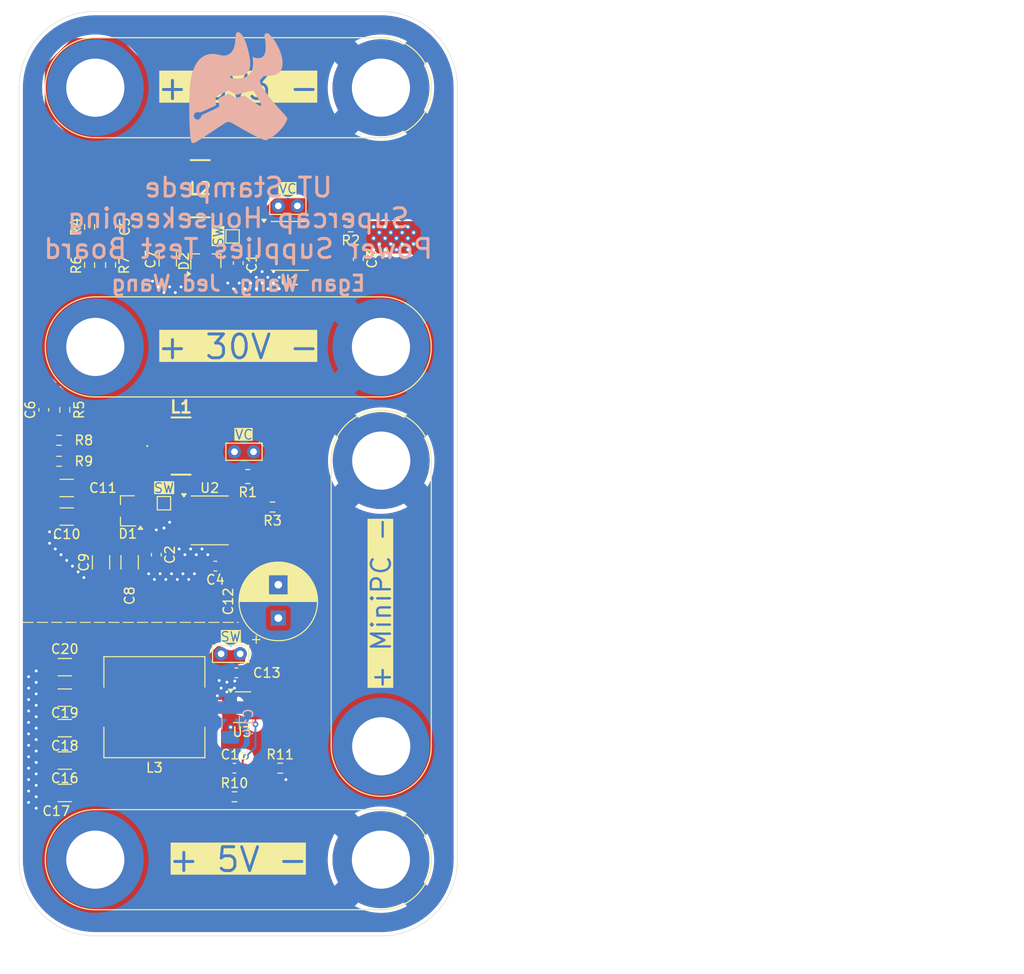
<source format=kicad_pcb>
(kicad_pcb (version 20241229) (generator "pcbnew") (generator_version "9.0")
  (title_block (title "Housekeeping Power Supplies Test Board") (date "2025-05-26") (rev "1B") (company "UT Robomasters") (comment 1 "Robomasters"))
  (layers (0 "F.Cu" signal) (4 "In1.Cu" signal) (6 "In2.Cu" signal) (2 "B.Cu" signal) (13 "F.Paste" user) (15 "B.Paste" user) (5 "F.SilkS" user "F.Silkscreen") (7 "B.SilkS" user "B.Silkscreen") (1 "F.Mask" user) (3 "B.Mask" user) (25 "Edge.Cuts" user))
  (net 0 "")
  (net 1 "GND")
  (net 2 "/Housekeeping Power Supplies/3V3_CT")
  (net 3 "/Housekeeping Power Supplies/30V_CT")
  (net 4 "/+24_{MiniPC}")
  (net 5 "+3V3")
  (net 6 "/Housekeeping Power Supplies/3V3_COMP")
  (net 7 "/Housekeeping Power Supplies/30V_COMP")
  (net 8 "VCC")
  (net 9 "/Housekeeping Power Supplies/BOOT")
  (net 10 "/Housekeeping Power Supplies/SW")
  (net 11 "/Housekeeping Power Supplies/FB")
  (net 12 "+5V")
  (net 13 "/Housekeeping Power Supplies/30V_SW")
  (net 14 "/Housekeeping Power Supplies/3V3_SW")
  (net 15 "/Housekeeping Power Supplies/30V_VC")
  (net 16 "/Housekeeping Power Supplies/30V_DC")
  (net 17 "/Housekeeping Power Supplies/3V3_VC")
  (footprint "Connector:Banana_Jack_2Pin" (layer "F.Cu") (at 144.6 60.6)
    (property "Reference" "J24" (hide yes))
    (property "Value" "Banana 2P")
    (pad "1" thru_hole circle (at 0 0) (size 10.16 10.16) (drill 6.1) (layers "*.Cu" "*.Mask") (net 8 "VCC"))
    (pad "2" thru_hole circle (at 29.97 0) (size 10.16 10.16) (drill 6.1) (layers "*.Cu" "*.Mask") (net 1 "GND"))
  )
  (footprint "Capacitor_SMD:C_1206_3216Metric_Pad1.33x1.80mm_HandSolder" (layer "F.Cu") (at 141.4 97.4 180)
    (property "Reference" "C19" (at 0 -1.6 0) (layer "F.SilkS"))
    (property "Value" "10u")
    (pad "1" smd roundrect (at -1.5625 0 180) (size 1.325 1.8) (layers "F.Cu" "F.Mask" "F.Paste") (roundrect_rratio 0.188679) (net 12 "+5V"))
    (pad "2" smd roundrect (at 1.5625 0 180) (size 1.325 1.8) (layers "F.Cu" "F.Mask" "F.Paste") (roundrect_rratio 0.188679) (net 1 "GND"))
  )
  (footprint "TestPoint:TestPoint_Pad_1.0x1.0mm" (layer "F.Cu") (at 159 49 90)
    (property "Reference" "TP4" (hide yes))
    (property "Value" "V_{E}")
    (pad "1" smd rect (at 0 0 90) (size 1 1) (layers "F.Cu" "F.Mask") (net 14 "/Housekeeping Power Supplies/3V3_SW"))
  )
  (footprint "Package_TO_SOT_SMD:SOT-23-6_Handsoldering" (layer "F.Cu") (at 160 98.4)
    (property "Reference" "U3" (at 0 2.6 0) (layer "F.SilkS"))
    (property "Value" "TPS54302")
    (pad "1" smd roundrect (at -1.35 -0.95) (size 1.56 0.65) (layers "F.Cu" "F.Mask" "F.Paste") (net 1 "GND"))
    (pad "2" smd roundrect (at -1.35 0) (size 1.56 0.65) (layers "F.Cu" "F.Mask" "F.Paste") (net 10 "/Housekeeping Power Supplies/SW"))
    (pad "3" smd roundrect (at -1.35 0.95) (size 1.56 0.65) (layers "F.Cu" "F.Mask" "F.Paste") (net 4 "/+24_{MiniPC}"))
    (pad "4" smd roundrect (at 1.35 0.95) (size 1.56 0.65) (layers "F.Cu" "F.Mask" "F.Paste") (net 11 "/Housekeeping Power Supplies/FB"))
    (pad "5" smd roundrect (at 1.35 0) (size 1.56 0.65) (layers "F.Cu" "F.Mask" "F.Paste"))
    (pad "6" smd roundrect (at 1.35 -0.95) (size 1.56 0.65) (layers "F.Cu" "F.Mask" "F.Paste") (net 9 "/Housekeeping Power Supplies/BOOT"))
  )
  (footprint "Capacitor_SMD:C_1206_3216Metric_Pad1.33x1.80mm_HandSolder" (layer "F.Cu") (at 141.6 78.4 180)
    (property "Reference" "C10" (at 0 -1.85 0) (layer "F.SilkS"))
    (property "Value" "10u")
    (pad "1" smd roundrect (at -1.5625 0 180) (size 1.325 1.8) (layers "F.Cu" "F.Mask" "F.Paste") (roundrect_rratio 0.188679) (net 8 "VCC"))
    (pad "2" smd roundrect (at 1.5625 0 180) (size 1.325 1.8) (layers "F.Cu" "F.Mask" "F.Paste") (roundrect_rratio 0.188679) (net 1 "GND"))
  )
  (footprint "Capacitor_SMD:C_1206_3216Metric_Pad1.33x1.80mm_HandSolder" (layer "F.Cu") (at 152.2 51.4 -90)
    (property "Reference" "C7" (at 0 1.8 90) (layer "F.SilkS"))
    (property "Value" "10u")
    (pad "1" smd roundrect (at -1.5625 0 270) (size 1.325 1.8) (layers "F.Cu" "F.Mask" "F.Paste") (roundrect_rratio 0.188679) (net 5 "+3V3"))
    (pad "2" smd roundrect (at 1.5625 0 270) (size 1.325 1.8) (layers "F.Cu" "F.Mask" "F.Paste") (roundrect_rratio 0.188679) (net 1 "GND"))
  )
  (footprint "Capacitor_SMD:C_1206_3216Metric_Pad1.33x1.80mm_HandSolder" (layer "F.Cu") (at 145.2 83.2 -90)
    (property "Reference" "C9" (at 0 1.8 90) (layer "F.SilkS"))
    (property "Value" "10u")
    (pad "1" smd roundrect (at -1.5625 0 270) (size 1.325 1.8) (layers "F.Cu" "F.Mask" "F.Paste") (roundrect_rratio 0.188679) (net 8 "VCC"))
    (pad "2" smd roundrect (at 1.5625 0 270) (size 1.325 1.8) (layers "F.Cu" "F.Mask" "F.Paste") (roundrect_rratio 0.188679) (net 1 "GND"))
  )
  (footprint "Capacitor_SMD:C_0603_1608Metric_Pad1.08x0.95mm_HandSolder" (layer "F.Cu") (at 159.2 104.8)
    (property "Reference" "C15" (at 0 -1.43 0) (layer "F.SilkS"))
    (property "Value" "330p")
    (pad "1" smd roundrect (at -0.8625 0) (size 1.075 0.95) (layers "F.Cu" "F.Mask" "F.Paste") (net 12 "+5V"))
    (pad "2" smd roundrect (at 0.8625 0) (size 1.075 0.95) (layers "F.Cu" "F.Mask" "F.Paste") (net 11 "/Housekeeping Power Supplies/FB"))
  )
  (footprint "Capacitor_SMD:C_1206_3216Metric_Pad1.33x1.80mm_HandSolder" (layer "F.Cu") (at 148.2 83.2 -90)
    (property "Reference" "C8" (at 3.5 0 90) (layer "F.SilkS"))
    (property "Value" "10u")
    (pad "1" smd roundrect (at -1.5625 0 270) (size 1.325 1.8) (layers "F.Cu" "F.Mask" "F.Paste") (roundrect_rratio 0.188679) (net 8 "VCC"))
    (pad "2" smd roundrect (at 1.5625 0 270) (size 1.325 1.8) (layers "F.Cu" "F.Mask" "F.Paste") (roundrect_rratio 0.188679) (net 1 "GND"))
  )
  (footprint "Capacitor_SMD:C_1206_3216Metric_Pad1.33x1.80mm_HandSolder" (layer "F.Cu") (at 141.4 107.4 180)
    (property "Reference" "C17" (at 0.9 -1.9 0) (layer "F.SilkS"))
    (property "Value" "10u")
    (pad "1" smd roundrect (at -1.5625 0 180) (size 1.325 1.8) (layers "F.Cu" "F.Mask" "F.Paste") (roundrect_rratio 0.188679) (net 12 "+5V"))
    (pad "2" smd roundrect (at 1.5625 0 180) (size 1.325 1.8) (layers "F.Cu" "F.Mask" "F.Paste") (roundrect_rratio 0.188679) (net 1 "GND"))
  )
  (footprint "Package_SO:SOIC-8_3.9x4.9mm_P1.27mm" (layer "F.Cu") (at 165 50)
    (property "Reference" "U1" (at 0 3.6 0) (layer "F.SilkS"))
    (property "Value" "MC34063A")
    (pad "1" smd roundrect (at -2.475 -1.905) (size 1.95 0.6) (layers "F.Cu" "F.Mask" "F.Paste") (net 17 "/Housekeeping Power Supplies/3V3_VC"))
    (pad "2" smd roundrect (at -2.475 -0.635) (size 1.95 0.6) (layers "F.Cu" "F.Mask" "F.Paste") (net 14 "/Housekeeping Power Supplies/3V3_SW"))
    (pad "3" smd roundrect (at -2.475 0.635) (size 1.95 0.6) (layers "F.Cu" "F.Mask" "F.Paste") (net 2 "/Housekeeping Power Supplies/3V3_CT"))
    (pad "4" smd roundrect (at -2.475 1.905) (size 1.95 0.6) (layers "F.Cu" "F.Mask" "F.Paste") (net 1 "GND"))
    (pad "5" smd roundrect (at 2.475 1.905) (size 1.95 0.6) (layers "F.Cu" "F.Mask" "F.Paste") (net 6 "/Housekeeping Power Supplies/3V3_COMP"))
    (pad "6" smd roundrect (at 2.475 0.635) (size 1.95 0.6) (layers "F.Cu" "F.Mask" "F.Paste") (net 4 "/+24_{MiniPC}"))
    (pad "7" smd roundrect (at 2.475 -0.635) (size 1.95 0.6) (layers "F.Cu" "F.Mask" "F.Paste") (net 17 "/Housekeeping Power Supplies/3V3_VC"))
    (pad "8" smd roundrect (at 2.475 -1.905) (size 1.95 0.6) (layers "F.Cu" "F.Mask" "F.Paste") (net 17 "/Housekeeping Power Supplies/3V3_VC"))
  )
  (footprint "Resistor_SMD:R_0603_1608Metric_Pad0.98x0.95mm_HandSolder" (layer "F.Cu") (at 146.2 52 -90)
    (property "Reference" "R7" (at 0 -1.43 90) (layer "F.SilkS"))
    (property "Value" "820")
    (pad "1" smd roundrect (at -0.9125 0 270) (size 0.975 0.95) (layers "F.Cu" "F.Mask" "F.Paste") (net 6 "/Housekeeping Power Supplies/3V3_COMP"))
    (pad "2" smd roundrect (at 0.9125 0 270) (size 0.975 0.95) (layers "F.Cu" "F.Mask" "F.Paste") (net 1 "GND"))
  )
  (footprint "Connector:Banana_Jack_2Pin" (layer "F.Cu") (at 174.6 102.5 90)
    (property "Reference" "J21" (hide yes))
    (property "Value" "Banana 2P")
    (pad "1" thru_hole circle (at 0 0 90) (size 10.16 10.16) (drill 6.1) (layers "*.Cu" "*.Mask") (net 4 "/+24_{MiniPC}"))
    (pad "2" thru_hole circle (at 29.97 0 90) (size 10.16 10.16) (drill 6.1) (layers "*.Cu" "*.Mask") (net 1 "GND"))
  )
  (footprint "Resistor_SMD:R_0603_1608Metric_Pad0.98x0.95mm_HandSolder" (layer "F.Cu") (at 141.4 67.2 90)
    (property "Reference" "R5" (at 0 1.5 90) (layer "F.SilkS"))
    (property "Value" "22k")
    (pad "1" smd roundrect (at -0.9125 0 90) (size 0.975 0.95) (layers "F.Cu" "F.Mask" "F.Paste") (net 7 "/Housekeeping Power Supplies/30V_COMP"))
    (pad "2" smd roundrect (at 0.9125 0 90) (size 0.975 0.95) (layers "F.Cu" "F.Mask" "F.Paste") (net 8 "VCC"))
  )
  (footprint "Inductor_SMD:L_10.4x10.4_H4.8" (layer "F.Cu") (at 150.8 98.4 180)
    (property "Reference" "L3" (at 0 -6.35 0) (layer "F.SilkS"))
    (property "Value" "8.2u")
    (pad "1" smd rect (at -4.15 0 180) (size 2.7 3.6) (layers "F.Cu" "F.Mask" "F.Paste") (net 10 "/Housekeeping Power Supplies/SW"))
    (pad "2" smd rect (at 4.15 0 180) (size 2.7 3.6) (layers "F.Cu" "F.Mask" "F.Paste") (net 12 "+5V"))
  )
  (footprint "TestPoint:TestPoint_Bridge_Pitch2.0mm_Drill0.7mm" (layer "F.Cu") (at 157.8 92.8)
    (property "Reference" "TP5" (hide yes))
    (property "Value" "V_{SW}")
    (pad "1" thru_hole circle (at 0 0) (size 1.4 1.4) (drill 0.7) (layers "*.Cu" "*.Mask") (net 10 "/Housekeeping Power Supplies/SW"))
    (pad "1" thru_hole circle (at 2 0) (size 1.4 1.4) (drill 0.7) (layers "*.Cu" "*.Mask") (net 10 "/Housekeeping Power Supplies/SW"))
  )
  (footprint "Capacitor_SMD:C_0603_1608Metric_Pad1.08x0.95mm_HandSolder" (layer "F.Cu") (at 172.2 51.4 -90)
    (property "Reference" "C3" (at 0 -1.43 90) (layer "F.SilkS"))
    (property "Value" "1u")
    (pad "1" smd roundrect (at -0.8625 0 270) (size 1.075 0.95) (layers "F.Cu" "F.Mask" "F.Paste") (net 4 "/+24_{MiniPC}"))
    (pad "2" smd roundrect (at 0.8625 0 270) (size 1.075 0.95) (layers "F.Cu" "F.Mask" "F.Paste") (net 1 "GND"))
  )
  (footprint "Resistor_SMD:R_0603_1608Metric_Pad0.98x0.95mm_HandSolder" (layer "F.Cu") (at 159.2 107.8)
    (property "Reference" "R10" (at 0 -1.43 0) (layer "F.SilkS"))
    (property "Value" "100k")
    (pad "1" smd roundrect (at -0.9125 0) (size 0.975 0.95) (layers "F.Cu" "F.Mask" "F.Paste") (net 12 "+5V"))
    (pad "2" smd roundrect (at 0.9125 0) (size 0.975 0.95) (layers "F.Cu" "F.Mask" "F.Paste") (net 11 "/Housekeeping Power Supplies/FB"))
  )
  (footprint "Package_TO_SOT_SMD:SOT-23_Handsoldering" (layer "F.Cu") (at 156.2 51.6 90)
    (property "Reference" "D2" (at 0 -2.3 90) (layer "F.SilkS"))
    (property "Value" "BAT54")
    (pad "1" smd roundrect (at -1.5 -0.95 90) (size 1.9 0.8) (layers "F.Cu" "F.Mask" "F.Paste") (net 1 "GND"))
    (pad "2" smd roundrect (at -1.5 0.95 90) (size 1.9 0.8) (layers "F.Cu" "F.Mask" "F.Paste"))
    (pad "3" smd roundrect (at 1.5 0 90) (size 1.9 0.8) (layers "F.Cu" "F.Mask" "F.Paste") (net 14 "/Housekeeping Power Supplies/3V3_SW"))
  )
  (footprint "Resistor_SMD:R_0603_1608Metric_Pad0.98x0.95mm_HandSolder" (layer "F.Cu") (at 163.2 77.4 180)
    (property "Reference" "R3" (at 0 -1.43 0) (layer "F.SilkS"))
    (property "Value" "1")
    (pad "1" smd roundrect (at -0.9125 0 180) (size 0.975 0.95) (layers "F.Cu" "F.Mask" "F.Paste") (net 4 "/+24_{MiniPC}"))
    (pad "2" smd roundrect (at 0.9125 0 180) (size 0.975 0.95) (layers "F.Cu" "F.Mask" "F.Paste") (net 15 "/Housekeeping Power Supplies/30V_VC"))
  )
  (footprint "Capacitor_SMD:C_0603_1608Metric_Pad1.08x0.95mm_HandSolder" (layer "F.Cu") (at 151 82.4 -90)
    (property "Reference" "C2" (at 0 -1.43 90) (layer "F.SilkS"))
    (property "Value" "100p")
    (pad "1" smd roundrect (at -0.8625 0 270) (size 1.075 0.95) (layers "F.Cu" "F.Mask" "F.Paste") (net 3 "/Housekeeping Power Supplies/30V_CT"))
    (pad "2" smd roundrect (at 0.8625 0 270) (size 1.075 0.95) (layers "F.Cu" "F.Mask" "F.Paste") (net 1 "GND"))
  )
  (footprint "Package_SO:SOIC-8_3.9x4.9mm_P1.27mm" (layer "F.Cu") (at 156.6 78.8)
    (property "Reference" "U2" (at 0 -3.4 0) (layer "F.SilkS"))
    (property "Value" "MC34063A")
    (pad "1" smd roundrect (at -2.475 -1.905) (size 1.95 0.6) (layers "F.Cu" "F.Mask" "F.Paste") (net 13 "/Housekeeping Power Supplies/30V_SW"))
    (pad "2" smd roundrect (at -2.475 -0.635) (size 1.95 0.6) (layers "F.Cu" "F.Mask" "F.Paste") (net 1 "GND"))
    (pad "3" smd roundrect (at -2.475 0.635) (size 1.95 0.6) (layers "F.Cu" "F.Mask" "F.Paste") (net 3 "/Housekeeping Power Supplies/30V_CT"))
    (pad "4" smd roundrect (at -2.475 1.905) (size 1.95 0.6) (layers "F.Cu" "F.Mask" "F.Paste") (net 1 "GND"))
    (pad "5" smd roundrect (at 2.475 1.905) (size 1.95 0.6) (layers "F.Cu" "F.Mask" "F.Paste") (net 7 "/Housekeeping Power Supplies/30V_COMP"))
    (pad "6" smd roundrect (at 2.475 0.635) (size 1.95 0.6) (layers "F.Cu" "F.Mask" "F.Paste") (net 4 "/+24_{MiniPC}"))
    (pad "7" smd roundrect (at 2.475 -0.635) (size 1.95 0.6) (layers "F.Cu" "F.Mask" "F.Paste") (net 15 "/Housekeeping Power Supplies/30V_VC"))
    (pad "8" smd roundrect (at 2.475 -1.905) (size 1.95 0.6) (layers "F.Cu" "F.Mask" "F.Paste") (net 16 "/Housekeeping Power Supplies/30V_DC"))
  )
  (footprint "Package_TO_SOT_SMD:SOT-23_Handsoldering" (layer "F.Cu") (at 148 77.8 180)
    (property "Reference" "D1" (at 0 -2.4 0) (layer "F.SilkS"))
    (property "Value" "BAT54")
    (pad "1" smd roundrect (at -1.5 -0.95 180) (size 1.9 0.8) (layers "F.Cu" "F.Mask" "F.Paste") (net 13 "/Housekeeping Power Supplies/30V_SW"))
    (pad "2" smd roundrect (at -1.5 0.95 180) (size 1.9 0.8) (layers "F.Cu" "F.Mask" "F.Paste"))
    (pad "3" smd roundrect (at 1.5 0 180) (size 1.9 0.8) (layers "F.Cu" "F.Mask" "F.Paste") (net 8 "VCC"))
  )
  (footprint "! Robomaster Passives:ASPIAIGS6055221MT" (layer "F.Cu") (at 155.6 44 180)
    (property "Reference" "L2" (at 0 0 0) (layer "F.SilkS") (effects (font (size 1.27 1.27) (thickness 0.254))))
    (property "Value" "220u" (hide yes))
    (pad "1" smd rect (at -2.25 0 180) (size 1.7 5.7) (layers "F.Cu" "F.Mask" "F.Paste") (net 14 "/Housekeeping Power Supplies/3V3_SW"))
    (pad "2" smd rect (at 2.25 0 180) (size 1.7 5.7) (layers "F.Cu" "F.Mask" "F.Paste") (net 5 "+3V3"))
  )
  (footprint "Resistor_SMD:R_0603_1608Metric_Pad0.98x0.95mm_HandSolder" (layer "F.Cu") (at 140.8 70.4 180)
    (property "Reference" "R8" (at -2.6 0 0) (layer "F.SilkS"))
    (property "Value" "1k")
    (pad "1" smd roundrect (at -0.9125 0 180) (size 0.975 0.95) (layers "F.Cu" "F.Mask" "F.Paste") (net 7 "/Housekeeping Power Supplies/30V_COMP"))
    (pad "2" smd roundrect (at 0.9125 0 180) (size 0.975 0.95) (layers "F.Cu" "F.Mask" "F.Paste") (net 1 "GND"))
  )
  (footprint "Capacitor_SMD:C_1206_3216Metric_Pad1.33x1.80mm_HandSolder" (layer "F.Cu") (at 141.4 104 180)
    (property "Reference" "C16" (at 0 -1.85 0) (layer "F.SilkS"))
    (property "Value" "10u")
    (pad "1" smd roundrect (at -1.5625 0 180) (size 1.325 1.8) (layers "F.Cu" "F.Mask" "F.Paste") (roundrect_rratio 0.188679) (net 12 "+5V"))
    (pad "2" smd roundrect (at 1.5625 0 180) (size 1.325 1.8) (layers "F.Cu" "F.Mask" "F.Paste") (roundrect_rratio 0.188679) (net 1 "GND"))
  )
  (footprint "TestPoint:TestPoint_Bridge_Pitch2.0mm_Drill0.7mm" (layer "F.Cu") (at 163.8 45.8)
    (property "Reference" "TP1" (hide yes))
    (property "Value" "V_{C}")
    (pad "1" thru_hole circle (at 0 0) (size 1.4 1.4) (drill 0.7) (layers "*.Cu" "*.Mask") (net 17 "/Housekeeping Power Supplies/3V3_VC"))
    (pad "1" thru_hole circle (at 2 0) (size 1.4 1.4) (drill 0.7) (layers "*.Cu" "*.Mask") (net 17 "/Housekeeping Power Supplies/3V3_VC"))
  )
  (footprint "Capacitor_SMD:C_0603_1608Metric_Pad1.08x0.95mm_HandSolder" (layer "F.Cu") (at 159.4 94.8 180)
    (property "Reference" "C13" (at -3.2 0 0) (layer "F.SilkS"))
    (property "Value" "0.1u")
    (pad "1" smd roundrect (at -0.8625 0 180) (size 1.075 0.95) (layers "F.Cu" "F.Mask" "F.Paste") (net 9 "/Housekeeping Power Supplies/BOOT"))
    (pad "2" smd roundrect (at 0.8625 0 180) (size 1.075 0.95) (layers "F.Cu" "F.Mask" "F.Paste") (net 10 "/Housekeeping Power Supplies/SW"))
  )
  (footprint "Capacitor_SMD:C_0603_1608Metric_Pad1.08x0.95mm_HandSolder" (layer "F.Cu") (at 139.2 67.2 90)
    (property "Reference" "C6" (at 0 -1.43 90) (layer "F.SilkS"))
    (property "Value" "0.01u")
    (pad "1" smd roundrect (at -0.8625 0 90) (size 1.075 0.95) (layers "F.Cu" "F.Mask" "F.Paste") (net 7 "/Housekeeping Power Supplies/30V_COMP"))
    (pad "2" smd roundrect (at 0.8625 0 90) (size 1.075 0.95) (layers "F.Cu" "F.Mask" "F.Paste") (net 8 "VCC"))
  )
  (footprint "Resistor_SMD:R_0603_1608Metric_Pad0.98x0.95mm_HandSolder" (layer "F.Cu") (at 140.8 72.6 180)
    (property "Reference" "R9" (at -2.6 0 0) (layer "F.SilkS"))
    (property "Value" "22k")
    (pad "1" smd roundrect (at -0.9125 0 180) (size 0.975 0.95) (layers "F.Cu" "F.Mask" "F.Paste") (net 7 "/Housekeeping Power Supplies/30V_COMP"))
    (pad "2" smd roundrect (at 0.9125 0 180) (size 0.975 0.95) (layers "F.Cu" "F.Mask" "F.Paste") (net 1 "GND"))
  )
  (footprint "Capacitor_SMD:C_0603_1608Metric_Pad1.08x0.95mm_HandSolder" (layer "F.Cu") (at 146.2 48 90)
    (property "Reference" "C5" (at 0 1.5 90) (layer "F.SilkS"))
    (property "Value" "0.01u")
    (pad "1" smd roundrect (at -0.8625 0 90) (size 1.075 0.95) (layers "F.Cu" "F.Mask" "F.Paste") (net 6 "/Housekeeping Power Supplies/3V3_COMP"))
    (pad "2" smd roundrect (at 0.8625 0 90) (size 1.075 0.95) (layers "F.Cu" "F.Mask" "F.Paste") (net 5 "+3V3"))
  )
  (footprint "Resistor_SMD:R_0805_2012Metric_Pad1.20x1.40mm_HandSolder" (layer "F.Cu") (at 160.6 74.2 180)
    (property "Reference" "R1" (at 0 -1.65 0) (layer "F.SilkS"))
    (property "Value" "180")
    (pad "1" smd roundrect (at -1 0 180) (size 1.2 1.4) (layers "F.Cu" "F.Mask" "F.Paste") (roundrect_rratio 0.208333) (net 15 "/Housekeeping Power Supplies/30V_VC"))
    (pad "2" smd roundrect (at 1 0 180) (size 1.2 1.4) (layers "F.Cu" "F.Mask" "F.Paste") (roundrect_rratio 0.208333) (net 16 "/Housekeeping Power Supplies/30V_DC"))
  )
  (footprint "! Robomaster Passives:ASPIAIGS6055221MT" (layer "F.Cu") (at 153.6 71)
    (property "Reference" "L1" (at 0 -4.1 0) (layer "F.SilkS") (effects (font (size 1.27 1.27) (thickness 0.254))))
    (property "Value" "220u" (hide yes))
    (pad "1" smd rect (at -2.25 0) (size 1.7 5.7) (layers "F.Cu" "F.Mask" "F.Paste") (net 13 "/Housekeeping Power Supplies/30V_SW"))
    (pad "2" smd rect (at 2.25 0) (size 1.7 5.7) (layers "F.Cu" "F.Mask" "F.Paste") (net 15 "/Housekeeping Power Supplies/30V_VC"))
  )
  (footprint "Capacitor_SMD:C_1206_3216Metric_Pad1.33x1.80mm_HandSolder" (layer "F.Cu") (at 141.4 94.2 180)
    (property "Reference" "C20" (at 0 1.9 0) (layer "F.SilkS"))
    (property "Value" "10u")
    (pad "1" smd roundrect (at -1.5625 0 180) (size 1.325 1.8) (layers "F.Cu" "F.Mask" "F.Paste") (roundrect_rratio 0.188679) (net 12 "+5V"))
    (pad "2" smd roundrect (at 1.5625 0 180) (size 1.325 1.8) (layers "F.Cu" "F.Mask" "F.Paste") (roundrect_rratio 0.188679) (net 1 "GND"))
  )
  (footprint "TestPoint:TestPoint_Bridge_Pitch2.0mm_Drill0.7mm" (layer "F.Cu") (at 159.2 71.6)
    (property "Reference" "TP2" (hide yes))
    (property "Value" "V_{C}")
    (pad "1" thru_hole circle (at 0 0) (size 1.4 1.4) (drill 0.7) (layers "*.Cu" "*.Mask") (net 15 "/Housekeeping Power Supplies/30V_VC"))
    (pad "1" thru_hole circle (at 2 0) (size 1.4 1.4) (drill 0.7) (layers "*.Cu" "*.Mask") (net 15 "/Housekeeping Power Supplies/30V_VC"))
  )
  (footprint "Capacitor_SMD:C_1206_3216Metric_Pad1.33x1.80mm_HandSolder" (layer "F.Cu") (at 141.4 100.6 180)
    (property "Reference" "C18" (at 0 -1.85 0) (layer "F.SilkS"))
    (property "Value" "10u")
    (pad "1" smd roundrect (at -1.5625 0 180) (size 1.325 1.8) (layers "F.Cu" "F.Mask" "F.Paste") (roundrect_rratio 0.188679) (net 12 "+5V"))
    (pad "2" smd roundrect (at 1.5625 0 180) (size 1.325 1.8) (layers "F.Cu" "F.Mask" "F.Paste") (roundrect_rratio 0.188679) (net 1 "GND"))
  )
  (footprint "Resistor_SMD:R_0603_1608Metric_Pad0.98x0.95mm_HandSolder" (layer "F.Cu") (at 171.4 48 180)
    (property "Reference" "R2" (at 0 -1.43 0) (layer "F.SilkS"))
    (property "Value" "1")
    (pad "1" smd roundrect (at -0.9125 0 180) (size 0.975 0.95) (layers "F.Cu" "F.Mask" "F.Paste") (net 4 "/+24_{MiniPC}"))
    (pad "2" smd roundrect (at 0.9125 0 180) (size 0.975 0.95) (layers "F.Cu" "F.Mask" "F.Paste") (net 17 "/Housekeeping Power Supplies/3V3_VC"))
  )
  (footprint "Capacitor_SMD:C_0603_1608Metric_Pad1.08x0.95mm_HandSolder" (layer "F.Cu") (at 159.6 51.8 -90)
    (property "Reference" "C1" (at 0 -1.43 90) (layer "F.SilkS"))
    (property "Value" "82p")
    (pad "1" smd roundrect (at -0.8625 0 270) (size 1.075 0.95) (layers "F.Cu" "F.Mask" "F.Paste") (net 2 "/Housekeeping Power Supplies/3V3_CT"))
    (pad "2" smd roundrect (at 0.8625 0 270) (size 1.075 0.95) (layers "F.Cu" "F.Mask" "F.Paste") (net 1 "GND"))
  )
  (footprint "TestPoint:TestPoint_Pad_1.0x1.0mm" (layer "F.Cu") (at 151.8 77)
    (property "Reference" "TP3" (hide yes))
    (property "Value" "V_{E}")
    (pad "1" smd rect (at 0 0) (size 1 1) (layers "F.Cu" "F.Mask") (net 13 "/Housekeeping Power Supplies/30V_SW"))
  )
  (footprint "Capacitor_SMD:C_0603_1608Metric_Pad1.08x0.95mm_HandSolder" (layer "F.Cu") (at 157.2 83.6 180)
    (property "Reference" "C4" (at 0 -1.43 0) (layer "F.SilkS"))
    (property "Value" "1u")
    (pad "1" smd roundrect (at -0.8625 0 180) (size 1.075 0.95) (layers "F.Cu" "F.Mask" "F.Paste") (net 4 "/+24_{MiniPC}"))
    (pad "2" smd roundrect (at 0.8625 0 180) (size 1.075 0.95) (layers "F.Cu" "F.Mask" "F.Paste") (net 1 "GND"))
  )
  (footprint "Connector:Banana_Jack_2Pin" (layer "F.Cu") (at 144.6 114.4)
    (property "Reference" "J22" (hide yes))
    (property "Value" "Banana 2P")
    (pad "1" thru_hole circle (at 0 0) (size 10.16 10.16) (drill 6.1) (layers "*.Cu" "*.Mask") (net 12 "+5V"))
    (pad "2" thru_hole circle (at 29.97 0) (size 10.16 10.16) (drill 6.1) (layers "*.Cu" "*.Mask") (net 1 "GND"))
  )
  (footprint "Resistor_SMD:R_0603_1608Metric_Pad0.98x0.95mm_HandSolder" (layer "F.Cu") (at 144 48 90)
    (property "Reference" "R4" (at 0 -1.43 90) (layer "F.SilkS"))
    (property "Value" "1.2k")
    (pad "1" smd roundrect (at -0.9125 0 90) (size 0.975 0.95) (layers "F.Cu" "F.Mask" "F.Paste") (net 6 "/Housekeeping Power Supplies/3V3_COMP"))
    (pad "2" smd roundrect (at 0.9125 0 90) (size 0.975 0.95) (layers "F.Cu" "F.Mask" "F.Paste") (net 5 "+3V3"))
  )
  (footprint "Capacitor_SMD:C_1206_3216Metric_Pad1.33x1.80mm_HandSolder" (layer "F.Cu") (at 141.6 75.4 180)
    (property "Reference" "C11" (at -3.8 0 0) (layer "F.SilkS"))
    (property "Value" "10u")
    (pad "1" smd roundrect (at -1.5625 0 180) (size 1.325 1.8) (layers "F.Cu" "F.Mask" "F.Paste") (roundrect_rratio 0.188679) (net 8 "VCC"))
    (pad "2" smd roundrect (at 1.5625 0 180) (size 1.325 1.8) (layers "F.Cu" "F.Mask" "F.Paste") (roundrect_rratio 0.188679) (net 1 "GND"))
  )
  (footprint "Connector:Banana_Jack_2Pin" (layer "F.Cu") (at 144.6 33.4)
    (property "Reference" "J15" (hide yes))
    (property "Value" "Banana 2P")
    (pad "1" thru_hole circle (at 0 0) (size 10.16 10.16) (drill 6.1) (layers "*.Cu" "*.Mask") (net 5 "+3V3"))
    (pad "2" thru_hole circle (at 29.97 0) (size 10.16 10.16) (drill 6.1) (layers "*.Cu" "*.Mask") (net 1 "GND"))
  )
  (footprint "Resistor_SMD:R_0603_1608Metric_Pad0.98x0.95mm_HandSolder" (layer "F.Cu") (at 164 104.8)
    (property "Reference" "R11" (at 0 -1.43 0) (layer "F.SilkS"))
    (property "Value" "13.7k")
    (pad "1" smd roundrect (at -0.9125 0) (size 0.975 0.95) (layers "F.Cu" "F.Mask" "F.Paste") (net 11 "/Housekeeping Power Supplies/FB"))
    (pad "2" smd roundrect (at 0.9125 0) (size 0.975 0.95) (layers "F.Cu" "F.Mask" "F.Paste") (net 1 "GND"))
  )
  (footprint "Resistor_SMD:R_0603_1608Metric_Pad0.98x0.95mm_HandSolder" (layer "F.Cu") (at 144 52 -90)
    (property "Reference" "R6" (at 0 1.4 90) (layer "F.SilkS"))
    (property "Value" "180k")
    (pad "1" smd roundrect (at -0.9125 0 270) (size 0.975 0.95) (layers "F.Cu" "F.Mask" "F.Paste") (net 6 "/Housekeeping Power Supplies/3V3_COMP"))
    (pad "2" smd roundrect (at 0.9125 0 270) (size 0.975 0.95) (layers "F.Cu" "F.Mask" "F.Paste") (net 1 "GND"))
  )
  (footprint "Capacitor_THT:CP_Radial_D8.0mm_P3.50mm" (layer "F.Cu") (at 163.8 89.052651 90)
    (property "Reference" "C12" (at 1.75 -5.25 90) (layer "F.SilkS"))
    (property "Value" "100u")
    (pad "1" thru_hole rect (at 0 0 90) (size 1.6 1.6) (drill 0.8) (layers "*.Cu" "*.Mask") (net 4 "/+24_{MiniPC}"))
    (pad "2" thru_hole circle (at 3.5 0 90) (size 1.6 1.6) (drill 0.8) (layers "*.Cu" "*.Mask") (net 1 "GND"))
  )
  (footprint "Capacitor_SMD:C_1206_3216Metric_Pad1.33x1.80mm_HandSolder" (layer "B.Cu") (at 158.8 100 90)
    (property "Reference" "C14" (at 0 1.85 90) (layer "B.SilkS") (effects (justify mirror)))
    (property "Value" "10u")
    (pad "1" smd roundrect (at -1.5625 0 90) (size 1.325 1.8) (layers "B.Cu" "B.Mask" "B.Paste") (roundrect_rratio 0.188679) (net 4 "/+24_{MiniPC}"))
    (pad "2" smd roundrect (at 1.5625 0 90) (size 1.325 1.8) (layers "B.Cu" "B.Mask" "B.Paste") (roundrect_rratio 0.188679) (net 1 "GND"))
  )
  (footprint "! Robomaster Special:StampedeLogo" (layer "B.Cu") (at 159.6 33.4 180)
    (property "Reference" "G***" (hide yes))
    (property "Value" "LOGO" (hide yes))
  )
  (gr_line (start 137 89.5) (end 159.6 89.5) (stroke (width 0.1) (type dash)) (layer "F.SilkS"))
  (gr_line (start 182.6 33.4) (end 182.6 114.4) (stroke (width 0.05)) (layer "Edge.Cuts"))
  (gr_line (start 136.6 114.4) (end 136.6 33.4) (stroke (width 0.05)) (layer "Edge.Cuts"))
  (gr_arc (start 174.6 25.4) (mid 180.256854 27.743146) (end 182.6 33.4) (stroke (width 0.05)) (layer "Edge.Cuts"))
  (gr_arc (start 144.6 122.4) (mid 138.943146 120.056854) (end 136.6 114.4) (stroke (width 0.05)) (layer "Edge.Cuts"))
  (gr_arc (start 136.6 33.4) (mid 138.943146 27.743146) (end 144.6 25.4) (stroke (width 0.05)) (layer "Edge.Cuts"))
  (gr_line (start 174.6 122.4) (end 144.6 122.4) (stroke (width 0.05)) (layer "Edge.Cuts"))
  (gr_arc (start 182.6 114.4) (mid 180.256854 120.056854) (end 174.6 122.4) (stroke (width 0.05)) (layer "Edge.Cuts"))
  (gr_line (start 144.6 25.4) (end 174.6 25.4) (stroke (width 0.05)) (layer "Edge.Cuts"))
  (gr_text "+ 5V -" (at 159.6 114.4 0) (layer "F.SilkS" knockout) (effects (font (size 2.5 2.5) (thickness 0.3125))))
  (gr_text "+ 3V3 -" (at 159.6 33.4 0) (layer "F.SilkS" knockout) (effects (font (size 2.5 2.5) (thickness 0.3125))))
  (gr_text "VC" (at 160.2 70.4 0) (layer "F.SilkS" knockout) (effects (font (size 1 1) (thickness 0.125)) (justify bottom)))
  (gr_text "SW" (at 158.8 91.6 0) (layer "F.SilkS" knockout) (effects (font (size 1 1) (thickness 0.125)) (justify bottom)))
  (gr_text "SW" (at 158.1 49 90) (layer "F.SilkS" knockout) (effects (font (size 1 1) (thickness 0.125)) (justify bottom)))
  (gr_text "SW" (at 151.8 76 0) (layer "F.SilkS" knockout) (effects (font (size 1 1) (thickness 0.125)) (justify bottom)))
  (gr_text "+ 30V -" (at 159.6 60.6 0) (layer "F.SilkS" knockout) (effects (font (size 2.5 2.5) (thickness 0.3125))))
  (gr_text "+ MiniPC -" (at 174.6 87.5 90) (layer "F.SilkS" knockout) (effects (font (size 2 2) (thickness 0.25))))
  (gr_text "VC" (at 164.8 44.6 0) (layer "F.SilkS" knockout) (effects (font (size 1 1) (thickness 0.125)) (justify bottom)))
  (gr_text "UT Stampede\nSupercap Housekeeping\nPower Supplies Test Board\n_{Egan Wang, Jed Wang}" (at 159.6 42.7 0) (layer "B.SilkS") (effects (font (size 2 2) (thickness 0.3125)) (justify top mirror)))
  (segment (start 164.9125 104.8) (end 164.9125 105.6875) (width 0.2) (layer "F.Cu") (net 1))
  (segment (start 154.125 78.165) (end 153.235 78.165) (width 0.2) (layer "F.Cu") (net 1))
  (segment (start 164.9125 105.6875) (end 164.6 106) (width 0.2) (layer "F.Cu") (net 1))
  (segment (start 151.8 79.6) (end 151.2 79.6) (width 0.2) (layer "F.Cu") (net 1))
  (segment (start 158.65 97.45) (end 158.95 97.45) (width 0.2) (layer "F.Cu") (net 1))
  (segment (start 152.4 79) (end 151.8 79.6) (width 0.2) (layer "F.Cu") (net 1))
  (segment (start 151.2 79.6) (end 151 79.8) (width 0.2) (layer "F.Cu") (net 1))
  (segment (start 153.235 78.165) (end 152.4 79) (width 0.2) (layer "F.Cu") (net 1))
  (via (at 153.8 84.4) (size 0.6) (drill 0.3) (layers "F.Cu" "B.Cu") (net 1))
  (via (at 137.6 98.8) (size 0.6) (drill 0.3) (layers "F.Cu" "B.Cu") (net 1))
  (via (at 156.4 82.4) (size 0.6) (drill 0.3) (layers "F.Cu" "B.Cu") (net 1))
  (via (at 154.4 85) (size 0.6) (drill 0.3) (layers "F.Cu" "B.Cu") (net 1))
  (via (at 163.9 54.5) (size 0.6) (drill 0.3) (layers "F.Cu" "B.Cu") (net 1))
  (via (at 138.4 105.4) (size 0.6) (drill 0.3) (layers "F.Cu" "B.Cu") (net 1))
  (via (at 155.2 82.4) (size 0.6) (drill 0.3) (layers "F.Cu" "B.Cu") (net 1))
  (via (at 151 79.8) (size 0.6) (drill 0.3) (layers "F.Cu" "B.Cu") (net 1))
  (via (at 138.4 97) (size 0.6) (drill 0.3) (layers "F.Cu" "B.Cu") (net 1))
  (via (at 152.4 79) (size 0.6) (drill 0.3) (layers "F.Cu" "B.Cu") (net 1))
  (via (at 138.4 101.8) (size 0.6) (drill 0.3) (layers "F.Cu" "B.Cu") (net 1))
  (via (at 141.6 83) (size 0.6) (drill 0.3) (layers "F.Cu" "B.Cu") (net 1))
  (via (at 142.8 84.2) (size 0.6) (drill 0.3) (layers "F.Cu" "B.Cu") (net 1))
  (via (at 154 82.4) (size 0.6) (drill 0.3) (layers "F.Cu" "B.Cu") (net 1))
  (via (at 141 82.4) (size 0.6) (drill 0.3) (layers "F.Cu" "B.Cu") (net 1))
  (via (at 137.6 96.4) (size 0.6) (drill 0.3) (layers "F.Cu" "B.Cu") (net 1))
  (via (at 162.7 54.5) (size 0.6) (drill 0.3) (layers "F.Cu" "B.Cu") (net 1))
  (via (at 137.6 102.4) (size 0.6) (drill 0.3) (layers "F.Cu" "B.Cu") (net 1))
  (via (at 152.4 54.3) (size 0.6) (drill 0.3) (layers "F.Cu" "B.Cu") (net 1))
  (via (at 142.2 83.6) (size 0.6) (drill 0.3) (layers "F.Cu" "B.Cu") (net 1))
  (via (at 138.4 99.4) (size 0.6) (drill 0.3) (layers "F.Cu" "B.Cu") (net 1))
  (via (at 160.9 52.7) (size 0.6) (drill 0.3) (layers "F.Cu" "B.Cu") (net 1))
  (via (at 151.8 79.6) (size 0.6) (drill 0.3) (layers "F.Cu" "B.Cu") (net 1))
  (via (at 150.8 85) (size 0.6) (drill 0.3) (layers "F.Cu" "B.Cu") (net 1))
  (via (at 138.4 94.6) (size 0.6) (drill 0.3) (layers "F.Cu" "B.Cu") (net 1))
  (via (at 137.6 108.4) (size 0.6) (drill 0.3) (layers "F.Cu" "B.Cu") (net 1))
  (via (at 137.6 104.8) (size 0.6) (drill 0.3) (layers "F.Cu" "B.Cu") (net 1))
  (via (at 157.6 95.6) (size 0.6) (drill 0.3) (layers "F.Cu" "B.Cu") (net 1))
  (via (at 158.407719 95.775) (size 0.6) (drill 0.3) (layers "F.Cu" "B.Cu") (net 1))
  (via (at 158.5 53.9) (size 0.6) (drill 0.3) (layers "F.Cu" "B.Cu") (net 1))
  (via (at 152 85) (size 0.6) (drill 0.3) (layers "F.Cu" "B.Cu") (net 1))
  (via (at 162.1 52.7) (size 0.6) (drill 0.3) (layers "F.Cu" "B.Cu") (net 1))
  (via (at 161.5 53.3) (size 0.6) (drill 0.3) (layers "F.Cu" "B.Cu") (net 1))
  (via (at 158.4 96.8) (size 0.6) (drill 0.3) (layers "F.Cu" "B.Cu") (net 1))
  (via (at 137.6 100) (size 0.6) (drill 0.3) (layers "F.Cu" "B.Cu") (net 1))
  (via (at 162.7 53.3) (size 0.6) (drill 0.3) (layers "F.Cu" "B.Cu") (net 1))
  (via (at 159.7 53.9) (size 0.6) (drill 0.3) (layers "F.Cu" "B.Cu") (net 1))
  (via (at 157.8 96.4) (size 0.6) (drill 0.3) (layers "F.Cu" "B.Cu") (net 1))
  (via (at 159.2 96.4) (size 0.6) (drill 0.3) (layers "F.Cu" "B.Cu") (net 1))
  (via (at 138.4 100.6) (size 0.6) (drill 0.3) (layers "F.Cu" "B.Cu") (net 1))
  (via (at 155 84.4) (size 0.6) (drill 0.3) (layers "F.Cu" "B.Cu") (net 1))
  (via (at 162.1 53.9) (size 0.6) (drill 0.3) (layers "F.Cu" "B.Cu") (net 1))
  (via (at 137.6 103.6) (size 0.6) (drill 0.3) (layers "F.Cu" "B.Cu") (net 1))
  (via (at 137.6 106) (size 0.6) (drill 0.3) (layers "F.Cu" "B.Cu") (net 1))
  (via (at 140.4 81.8) (size 0.6) (drill 0.3) (layers "F.Cu" "B.Cu") (net 1))
  (via (at 153.2 85) (size 0.6) (drill 0.3) (layers "F.Cu" "B.Cu") (net 1))
  (via (at 138.4 98.2) (size 0.6) (drill 0.3) (layers "F.Cu" "B.Cu") (net 1))
  (via (at 159.1 54.5) (size 0.6) (drill 0.3) (layers "F.Cu" "B.Cu") (net 1))
  (via (at 155.8 81.8) (size 0.6) (drill 0.3) (layers "F.Cu" "B.Cu") (net 1))
  (via (at 138.4 107.8) (size 0.6) (drill 0.3) (layers "F.Cu" "B.Cu") (net 1))
  (via (at 163.3 52.7) (size 0.6) (drill 0.3) (layers "F.Cu" "B.Cu") (net 1))
  (via (at 153 54.9) (size 0.6) (drill 0.3) (layers "F.Cu" "B.Cu") (net 1))
  (via (at 137.6 107.2) (size 0.6) (drill 0.3) (layers "F.Cu" "B.Cu") (net 1))
  (via (at 161.5 54.5) (size 0.6) (drill 0.3) (layers "F.Cu" "B.Cu") (net 1))
  (via (at 157.4 97.2) (size 0.6) (drill 0.3) (layers "F.Cu" "B.Cu") (net 1))
  (via (at 159.229265 95.662716) (size 0.6) (drill 0.3) (layers "F.Cu" "B.Cu") (net 1))
  (via (at 153.4 81.8) (size 0.6) (drill 0.3) (layers "F.Cu" "B.Cu") (net 1))
  (via (at 150.6 53.7) (size 0.6) (drill 0.3) (layers "F.Cu" "B.Cu") (net 1))
  (via (at 151.4 84.4) (size 0.6) (drill 0.3) (layers "F.Cu" "B.Cu") (net 1))
  (via (at 163.9 53.3) (size 0.6) (drill 0.3) (layers "F.Cu" "B.Cu") (net 1))
  (via (at 140.4 80.6) (size 0.6) (drill 0.3) (layers "F.Cu" "B.Cu") (net 1))
  (via (at 151.2 54.3) (size 0.6) (drill 0.3) (layers "F.Cu" "B.Cu") (net 1))
  (via (at 163.3 53.9) (size 0.6) (drill 0.3) (layers "F.Cu" "B.Cu") (net 1))
  (via (at 160.9 53.9) (size 0.6) (drill 0.3) (layers "F.Cu" "B.Cu") (net 1))
  (via (at 152.6 84.4) (size 0.6) (drill 0.3) (layers "F.Cu" "B.Cu") (net 1))
  (via (at 139.8 80) (size 0.6) (drill 0.3) (layers "F.Cu" "B.Cu") (net 1))
  (via (at 153.6 54.3) (size 0.6) (drill 0.3) (layers "F.Cu" "B.Cu") (net 1))
  (via (at 138.4 103) (size 0.6) (drill 0.3) (layers "F.Cu" "B.Cu") (net 1))
  (via (at 160.3 54.5) (size 0.6) (drill 0.3) (layers "F.Cu" "B.Cu") (net 1))
  (via (at 137.6 101.2) (size 0.6) (drill 0.3) (layers "F.Cu" "B.Cu") (net 1))
  (via (at 137.6 97.6) (size 0.6) (drill 0.3) (layers "F.Cu" "B.Cu") (net 1))
  (via (at 137.6 95.2) (size 0.6) (drill 0.3) (layers "F.Cu" "B.Cu") (net 1))
  (via (at 164.6 106) (size 0.6) (drill 0.3) (layers "F.Cu" "B.Cu") (net 1))
  (via (at 139.8 81.2) (size 0.6) (drill 0.3) (layers "F.Cu" "B.Cu") (net 1))
  (via (at 138.4 106.6) (size 0.6) (drill 0.3) (layers "F.Cu" "B.Cu") (net 1))
  (via (at 150.2 84.4) (size 0.6) (drill 0.3) (layers "F.Cu" "B.Cu") (net 1))
  (via (at 138.4 109) (size 0.6) (drill 0.3) (layers "F.Cu" "B.Cu") (net 1))
  (via (at 154.6 81.8) (size 0.6) (drill 0.3) (layers "F.Cu" "B.Cu") (net 1))
  (via (at 138.4 104.2) (size 0.6) (drill 0.3) (layers "F.Cu" "B.Cu") (net 1))
  (via (at 138.4 95.8) (size 0.6) (drill 0.3) (layers "F.Cu" "B.Cu") (net 1))
  (via (at 143.4 84.8) (size 0.6) (drill 0.3) (layers "F.Cu" "B.Cu") (net 1))
  (via (at 151.8 54.9) (size 0.6) (drill 0.3) (layers "F.Cu" "B.Cu") (net 1))
  (segment (start 159.9025 50.635) (end 159.6 50.9375) (width 0.2) (layer "F.Cu") (net 2))
  (segment (start 162.525 50.635) (end 159.9025 50.635) (width 0.2) (layer "F.Cu") (net 2))
  (segment (start 153.1025 79.435) (end 154.125 79.435) (width 0.2) (layer "F.Cu") (net 3))
  (segment (start 151 81.5375) (end 153.1025 79.435) (width 0.2) (layer "F.Cu") (net 3))
  (segment (start 158.8 100.5) (end 158.8 99.5) (width 0.2) (layer "F.Cu") (net 4))
  (segment (start 158.8 99.5) (end 158.65 99.35) (width 0.2) (layer "F.Cu") (net 4))
  (via (at 158.8 100.5) (size 0.6) (drill 0.3) (layers "F.Cu" "B.Cu") (net 4))
  (via (at 176.2 50.4) (size 0.6) (drill 0.3) (layers "F.Cu" "B.Cu") (net 4))
  (via (at 176.2 48) (size 0.6) (drill 0.3) (layers "F.Cu" "B.Cu") (net 4))
  (via (at 178 49.8) (size 0.6) (drill 0.3) (layers "F.Cu" "B.Cu") (net 4))
  (via (at 175.6 49.8) (size 0.6) (drill 0.3) (layers "F.Cu" "B.Cu") (net 4))
  (via (at 175 48) (size 0.6) (drill 0.3) (layers "F.Cu" "B.Cu") (net 4))
  (via (at 173.8 49.2) (size 0.6) (drill 0.3) (layers "F.Cu" "B.Cu") (net 4))
  (via (at 174.4 48.6) (size 0.6) (drill 0.3) (layers "F.Cu" "B.Cu") (net 4))
  (via (at 176.8 48.6) (size 0.6) (drill 0.3) (layers "F.Cu" "B.Cu") (net 4))
  (via (at 177.4 48) (size 0.6) (drill 0.3) (layers "F.Cu" "B.Cu") (net 4))
  (via (at 175 50.4) (size 0.6) (drill 0.3) (layers "F.Cu" "B.Cu") (net 4))
  (via (at 176.2 49.2) (size 0.6) (drill 0.3) (layers "F.Cu" "B.Cu") (net 4))
  (via (at 175 49.2) (size 0.6) (drill 0.3) (layers "F.Cu" "B.Cu") (net 4))
  (via (at 177.4 50.4) (size 0.6) (drill 0.3) (layers "F.Cu" "B.Cu") (net 4))
  (via (at 176.8 49.8) (size 0.6) (drill 0.3) (layers "F.Cu" "B.Cu") (net 4))
  (via (at 177.4 49.2) (size 0.6) (drill 0.3) (layers "F.Cu" "B.Cu") (net 4))
  (via (at 173.8 48) (size 0.6) (drill 0.3) (layers "F.Cu" "B.Cu") (net 4))
  (via (at 173.8 50.4) (size 0.6) (drill 0.3) (layers "F.Cu" "B.Cu") (net 4))
  (via (at 178 48.6) (size 0.6) (drill 0.3) (layers "F.Cu" "B.Cu") (net 4))
  (via (at 175.6 48.6) (size 0.6) (drill 0.3) (layers "F.Cu" "B.Cu") (net 4))
  (via (at 174.4 49.8) (size 0.6) (drill 0.3) (layers "F.Cu" "B.Cu") (net 4))
  (segment (start 158.8 101.5625) (end 158.8 100.5) (width 0.2) (layer "B.Cu") (net 4))
  (segment (start 146.2 47.1375) (end 144.05 47.1375) (width 0.2) (layer "F.Cu") (net 5))
  (segment (start 144 39.2) (end 143.7 38.9) (width 0.2) (layer "F.Cu") (net 5))
  (segment (start 144.05 47.1375) (end 144 47.0875) (width 0.2) (layer "F.Cu") (net 5))
  (segment (start 144 39.2) (end 144 34) (width 0.2) (layer "F.Cu") (net 5))
  (segment (start 144 39.2) (end 144.3 38.9) (width 0.2) (layer "F.Cu") (net 5))
  (segment (start 144 34) (end 144.6 33.4) (width 0.2) (layer "F.Cu") (net 5))
  (segment (start 144 47.0875) (end 144 39.2) (width 0.2) (layer "F.Cu") (net 5))
  (segment (start 146.8885 51.776) (end 161.037032 51.776) (width 0.2) (layer "F.Cu") (net 6))
  (segment (start 146.2 51.0875) (end 146.8885 51.776) (width 0.2) (layer "F.Cu") (net 6))
  (segment (start 165.804 51.304) (end 166.405 51.905) (width 0.2) (layer "F.Cu") (net 6))
  (segment (start 166.405 51.905) (end 167.475 51.905) (width 0.2) (layer "F.Cu") (net 6))
  (segment (start 161.509032 51.304) (end 165.804 51.304) (width 0.2) (layer "F.Cu") (net 6))
  (segment (start 161.037032 51.776) (end 161.509032 51.304) (width 0.2) (layer "F.Cu") (net 6))
  (segment (start 141.7125 70.4) (end 141.7125 72.6) (width 0.2) (layer "F.Cu") (net 7))
  (segment (start 139.2 68.0625) (end 141.35 68.0625) (width 0.2) (layer "F.Cu") (net 7))
  (segment (start 152.2 82.2) (end 152.2 81.013032) (width 0.2) (layer "F.Cu") (net 7))
  (segment (start 141.35 68.0625) (end 141.4 68.1125) (width 0.2) (layer "F.Cu") (net 7))
  (segment (start 141.4 70.0875) (end 141.7125 70.4) (width 0.2) (layer "F.Cu") (net 7))
  (segment (start 143.8 83.2) (end 149.4 83.2) (width 0.2) (layer "F.Cu") (net 7))
  (segment (start 151.976 82.424) (end 152.2 82.2) (width 0.2) (layer "F.Cu") (net 7))
  (segment (start 141.4 68.1125) (end 141.4 70.0875) (width 0.2) (layer "F.Cu") (net 7))
  (segment (start 141.6 81) (end 143.8 83.2) (width 0.2) (layer "F.Cu") (net 7))
  (segment (start 153.109032 80.104) (end 158.474 80.104) (width 0.2) (layer "F.Cu") (net 7))
  (segment (start 141.7125 72.6) (end 141.6 72.7125) (width 0.2) (layer "F.Cu") (net 7))
  (segment (start 141.6 72.7125) (end 141.6 81) (width 0.2) (layer "F.Cu") (net 7))
  (segment (start 150.176 82.424) (end 151.976 82.424) (width 0.2) (layer "F.Cu") (net 7))
  (segment (start 149.4 83.2) (end 150.176 82.424) (width 0.2) (layer "F.Cu") (net 7))
  (segment (start 152.2 81.013032) (end 153.109032 80.104) (width 0.2) (layer "F.Cu") (net 7))
  (segment (start 158.474 80.104) (end 159.075 80.705) (width 0.2) (layer "F.Cu") (net 7))
  (segment (start 139.2 66) (end 140.5 64.7) (width 0.2) (layer "F.Cu") (net 8))
  (segment (start 140.6 64.6) (end 140.6 64.2) (width 0.2) (layer "F.Cu") (net 8))
  (segment (start 139.2 66.3375) (end 139.2 66) (width 0.2) (layer "F.Cu") (net 8))
  (segment (start 140.6 64.6) (end 141 64.6) (width 0.2) (layer "F.Cu") (net 8))
  (segment (start 141.4 66.2875) (end 139.25 66.2875) (width 0.2) (layer "F.Cu") (net 8))
  (segment (start 139.25 66.2875) (end 139.2 66.3375) (width 0.2) (layer "F.Cu") (net 8))
  (segment (start 140.5 64.7) (end 144.6 60.6) (width 0.2) (layer "F.Cu") (net 8))
  (segment (start 140.5 64.7) (end 140.6 64.6) (width 0.2) (layer "F.Cu") (net 8))
  (segment (start 161.35 95.8875) (end 161.35 97.45) (width 0.2) (layer "F.Cu") (net 9))
  (segment (start 160.2625 94.8) (end 161.35 95.8875) (width 0.2) (layer "F.Cu") (net 9))
  (segment (start 158.65 98.4) (end 154.95 98.4) (width 0.3) (layer "F.Cu") (net 10))
  (segment (start 163.0875 104.8) (end 160.0625 104.8) (width 0.2) (layer "F.Cu") (net 11))
  (segment (start 160.0625 104.8) (end 160.0625 103.9375) (width 0.2) (layer "F.Cu") (net 11))
  (segment (start 161.4 100.2) (end 161.4 99.4) (width 0.2) (layer "F.Cu") (net 11))
  (segment (start 161.4 99.4) (end 161.35 99.35) (width 0.2) (layer "F.Cu") (net 11))
  (segment (start 160.1125 104.85) (end 160.0625 104.8) (width 0.2) (layer "F.Cu") (net 11))
  (segment (start 160.0625 103.9375) (end 160.4 103.6) (width 0.2) (layer "F.Cu") (net 11))
  (segment (start 160.1125 107.8) (end 160.1125 104.85) (width 0.2) (layer "F.Cu") (net 11))
  (via (at 160.4 103.6) (size 0.6) (drill 0.3) (layers "F.Cu" "B.Cu") (net 11))
  (via (at 161.4 100.2) (size 0.6) (drill 0.3) (layers "F.Cu" "B.Cu") (net 11))
  (segment (start 160.4 103.6) (end 161.4 102.6) (width 0.2) (layer "B.Cu") (net 11))
  (segment (start 161.4 102.6) (end 161.4 100.2) (width 0.2) (layer "B.Cu") (net 11))
  (segment (start 148.4 107.8) (end 148 108.2) (width 0.2) (layer "F.Cu") (net 12))
  (segment (start 148.4 107.8) (end 148 107.8) (width 0.2) (layer "F.Cu") (net 12))
  (segment (start 158.3375 107.75) (end 158.2875 107.8) (width 0.2) (layer "F.Cu") (net 12))
  (segment (start 148.4 107.8) (end 148 107.4) (width 0.2) (layer "F.Cu") (net 12))
  (segment (start 158.3375 104.8) (end 158.3375 107.75) (width 0.2) (layer "F.Cu") (net 12))
  (segment (start 158.2875 107.8) (end 148.4 107.8) (width 0.2) (layer "F.Cu") (net 12))
  (segment (start 160.035 78.165) (end 160.8 77.4) (width 0.35) (layer "F.Cu") (net 15))
  (segment (start 159.075 78.165) (end 160.035 78.165) (width 0.35) (layer "F.Cu") (net 15))
  (segment (start 159.075 75.925) (end 159.6 75.4) (width 0.2) (layer "F.Cu") (net 16))
  (segment (start 159.6 75.4) (end 159.6 74.2) (width 0.2) (layer "F.Cu") (net 16))
  (segment (start 159.075 76.895) (end 159.075 75.925) (width 0.2) (layer "F.Cu") (net 16))
  (zone (net 14) (net_name "/Housekeeping Power Supplies/3V3_SW") (layer "F.Cu") (priority 11) (connect_pads yes (clearance 0.5)) (min_thickness 0.7) (fill yes (thermal_gap 0.5) (thermal_bridge_width 3))
    (polygon (pts (xy 161.4 49) (xy 158.9 46.5) (xy 158.9 41.2) (xy 158.6 40.9) (xy 157.1 40.9) (xy 155.6 42.4) (xy 155.6 51) (xy 155.9 51.3) (xy 157.7 51.3) (xy 158.9 50.1) (xy 158.9 49.9) (xy 159 49.8) (xy 163.4 49.8) (xy 163.6 49.6) (xy 163.6 49.1) (xy 163.5 49)))
  )
  (zone (net 4) (net_name "/+24_{MiniPC}") (layer "F.Cu") (priority 5) (connect_pads yes (clearance 0.5)) (min_thickness 1) (fill yes (thermal_gap 0.5) (thermal_bridge_width 214))
    (polygon (pts (xy 157.8 103.8) (xy 168 103.8) (xy 172.4 108.2) (xy 176.8 108.2) (xy 180.4 104.6) (xy 180.4 100.2) (xy 165 84.8) (xy 165 77) (xy 164.6 76.6) (xy 163.6 76.6) (xy 163.2 77) (xy 163.2 78.4) (xy 162.8 78.8) (xy 158.2 78.8) (xy 157.2 79.8) (xy 157.2 84.4) (xy 157.8 85)))
  )
  (zone (net 1) (net_name "GND") (layer "F.Cu") (priority 13) (connect_pads yes (clearance 0.5)) (min_thickness 1) (fill yes (thermal_gap 0.5) (thermal_bridge_width 3))
    (polygon (pts (xy 143.4 52.1) (xy 160.7 52.1) (xy 161.5 51.3) (xy 177.6 51.3) (xy 180.3 54) (xy 180.3 62.7) (xy 176.8 66.2) (xy 160.2 66.2) (xy 148.1 54.1) (xy 143.1 54.1) (xy 143.1 52.4)))
  )
  (zone (net 1) (net_name "GND") (layer "F.Cu") (priority 8) (connect_pads yes (clearance 0.5)) (min_thickness 1) (fill yes (thermal_gap 0.5) (thermal_bridge_width 214))
    (polygon (pts (xy 139.4 69.6) (xy 139 70) (xy 139 81.4) (xy 143.2 85.6) (xy 155.2 85.6) (xy 157 83.8) (xy 157 82.4) (xy 155 80.4) (xy 152.2 80.4) (xy 149.6 83) (xy 143.6 83) (xy 141.6 81) (xy 141.6 70.2) (xy 141 69.6)))
  )
  (zone (net 15) (net_name "/Housekeeping Power Supplies/30V_VC") (layer "F.Cu") (connect_pads yes (clearance 0.5)) (min_thickness 1) (fill yes (thermal_gap 0.5) (thermal_bridge_width 214))
    (polygon (pts (xy 157.8 78.4) (xy 158.2 78.8) (xy 162.6 78.8) (xy 163.2 78.2) (xy 163.2 76) (xy 162.4 75.2) (xy 162.4 71.2) (xy 159.2 68) (xy 155 68) (xy 154.8 68.2) (xy 154.8 73.8) (xy 157.8 76.8)))
  )
  (zone (net 12) (net_name "+5V") (layer "F.Cu") (priority 2) (connect_pads yes (clearance 0.5)) (min_thickness 2.5) (fill yes (thermal_gap 0.5) (thermal_bridge_width 3))
    (polygon (pts (xy 141.8 92.8) (xy 141.8 108.8) (xy 138.6 112) (xy 138.6 116.8) (xy 142 120.2) (xy 146.8 120.2) (xy 150.6 116.4) (xy 150.6 112.2) (xy 148.2 109.8) (xy 148.2 95) (xy 146 92.8)))
  )
  (zone (net 4) (net_name "/+24_{MiniPC}") (layer "F.Cu") (priority 9) (connect_pads yes (clearance 0.5)) (min_thickness 0.35) (fill yes (thermal_gap 0.5) (thermal_bridge_width 214))
    (polygon (pts (xy 166.4 50.4) (xy 166.4 50.8) (xy 166.8 51.2) (xy 178.4 51.2) (xy 178.8 50.8) (xy 178.8 47.8) (xy 178.4 47.4) (xy 169.4 47.4)))
  )
  (zone (net 6) (net_name "/Housekeeping Power Supplies/3V3_COMP") (layer "F.Cu") (connect_pads yes (clearance 0.5)) (min_thickness 1) (fill yes (thermal_gap 0.5) (thermal_bridge_width 3))
    (polygon (pts (xy 143.8 48.3) (xy 143.5 48.6) (xy 143.5 51.4) (xy 143.7 51.6) (xy 146.6 51.6) (xy 146.7 51.5) (xy 146.7 48.5) (xy 146.5 48.3)))
  )
  (zone (net 13) (net_name "/Housekeeping Power Supplies/30V_SW") (layer "F.Cu") (priority 4) (connect_pads yes (clearance 0.5)) (min_thickness 1) (fill yes (thermal_gap 0.5) (thermal_bridge_width 214))
    (polygon (pts (xy 148.4 78.6) (xy 148.4 79) (xy 148.6 79.2) (xy 151.4 79.2) (xy 153.2 77.4) (xy 155 77.4) (xy 155.2 77.2) (xy 155.2 76.6) (xy 152.4 73.8) (xy 152.4 68) (xy 152.2 67.8) (xy 150.2 67.8) (xy 150 68) (xy 150 77)))
  )
  (zone (net 8) (net_name "VCC") (layer "F.Cu") (priority 3) (connect_pads yes (clearance 0.5)) (min_thickness 2) (fill yes (thermal_gap 0.5) (thermal_bridge_width 214))
    (polygon (pts (xy 148.8 82.6) (xy 149.4 82) (xy 149.4 81.2) (xy 147.6 79.4) (xy 147.6 65.8) (xy 150.4 63) (xy 150.4 58.2) (xy 146.8 54.6) (xy 141.6 54.6) (xy 138.6 57.6) (xy 138.6 62.4) (xy 144.8 68.6) (xy 144.8 71.8) (xy 142 74.6) (xy 142 80.2) (xy 144.4 82.6)))
  )
  (zone (net 1) (net_name "GND") (layer "F.Cu") (priority 7) (connect_pads yes (clearance 0.5)) (min_thickness 1) (fill yes (thermal_gap 0.5) (thermal_bridge_width 214))
    (polygon (pts (xy 159.4 97.8) (xy 159.6 97.6) (xy 159.6 95.4) (xy 157.4 95.4) (xy 157 95.8) (xy 157 97.2) (xy 157.6 97.8)))
  )
  (zone (net 5) (net_name "+3V3") (layer "F.Cu") (priority 12) (connect_pads yes (clearance 0.5)) (min_thickness 2) (fill yes (thermal_gap 0.5) (thermal_bridge_width 3))
    (polygon (pts (xy 154.3 49.2) (xy 153 50.5) (xy 151.3 50.5) (xy 150.5 49.7) (xy 150.5 44.4) (xy 145.1 39) (xy 142.4 39) (xy 139.3 35.9) (xy 139.3 31.1) (xy 142.2 28.2) (xy 147.2 28.2) (xy 154.3 35.3)))
  )
  (zone (net 10) (net_name "/Housekeeping Power Supplies/SW") (layer "F.Cu") (priority 1) (connect_pads yes (clearance 0.5)) (min_thickness 0.35) (fill yes (thermal_gap 0.5) (thermal_bridge_width 3))
    (polygon (pts (xy 153.4 100.4) (xy 156.6 100.4) (xy 157.4 99.6) (xy 157.4 99.4) (xy 157.8 99) (xy 159.4 99) (xy 159.6 98.8) (xy 159.6 94.6) (xy 160.8 93.4) (xy 160.8 92) (xy 157.4 92) (xy 153.4 96)))
  )
  (zone (net 1) (net_name "GND") (layer "F.Cu") (priority 6) (connect_pads yes (clearance 0.5)) (min_thickness 1) (fill yes (thermal_gap 0.5) (thermal_bridge_width 214))
    (polygon (pts (xy 139 92.8) (xy 140.8 92.8) (xy 140.8 108.4) (xy 139.4 109.8) (xy 137.2 109.8) (xy 137.2 94.6)))
  )
  (zone (net 17) (net_name "/Housekeeping Power Supplies/3V3_VC") (layer "F.Cu") (priority 10) (connect_pads yes (clearance 0.5)) (min_thickness 1) (fill yes (thermal_gap 0.5) (thermal_bridge_width 214))
    (polygon (pts (xy 169.6 49.8) (xy 171 48.4) (xy 171 47.6) (xy 168.4 45) (xy 163.4 45) (xy 161.4 47) (xy 161.4 48.4) (xy 162.8 49.8)))
  )
  (zone (net 1) (net_name "GND") (layers "B.Cu" "In1.Cu") (connect_pads (clearance 0.5)) (min_thickness 0.25) (fill yes (thermal_gap 0.5) (thermal_bridge_width 3))
    (polygon (pts (xy 134.6 24.2) (xy 134.6 124.8) (xy 178.2 124.8) (xy 185.6 117.4) (xy 185.6 29.8) (xy 180 24.2)))
  )
)
</source>
